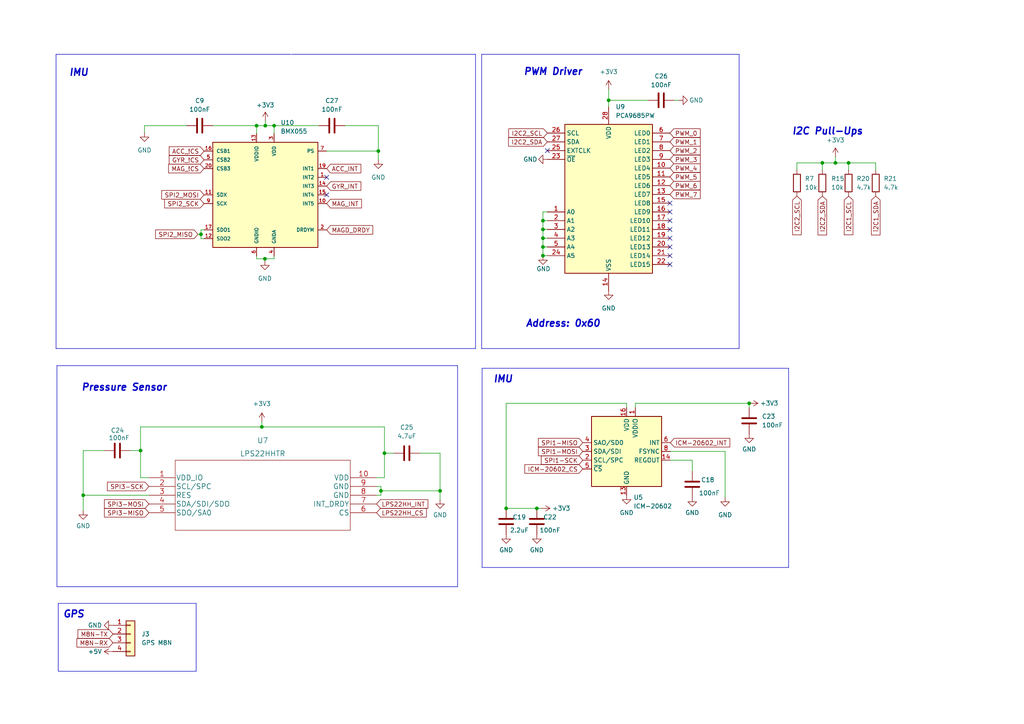
<source format=kicad_sch>
(kicad_sch (version 20230121) (generator eeschema)
  (paper "A4")
  (lib_symbols
    (symbol "BMX055:BMX055" (pin_names (offset 1.016))
      (property "Reference" "U" (at -15.2504 17.7921 0))
      (property "Value" "BMX055" (at -15.2592 -17.8024 0))
      (symbol "BMX055_0_0"
        (rectangle (start -15.24 -15.24) (end 15.24 15.24) (stroke (width 0.254)) (fill (type background)))
        (pin bidirectional line (at 17.78 5.08 180) (length 2.54) (name "INT2") (number "1"))
        (pin bidirectional line (at 17.78 -2.54 180) (length 2.54) (name "INT5") (number "10"))
        (pin bidirectional line (at -17.78 0 0) (length 2.54) (name "SDX") (number "11"))
        (pin bidirectional line (at -17.78 -12.7 0) (length 2.54) (name "SDO2") (number "12"))
        (pin bidirectional line (at -2.54 17.78 270) (length 2.54) (name "VDDIO") (number "13"))
        (pin bidirectional line (at 17.78 2.54 180) (length 2.54) (name "INT3") (number "14"))
        (pin bidirectional line (at 17.78 0 180) (length 2.54) (name "INT4") (number "15"))
        (pin bidirectional line (at -17.78 12.7 0) (length 2.54) (name "CSB1") (number "16"))
        (pin bidirectional line (at -17.78 -10.16 0) (length 2.54) (name "SDO1") (number "17"))
        (pin bidirectional line (at 17.78 7.62 180) (length 2.54) (name "INT1") (number "19"))
        (pin bidirectional line (at 17.78 -10.16 180) (length 2.54) (name "DRDYM") (number "2"))
        (pin bidirectional line (at -17.78 7.62 0) (length 2.54) (name "CSB3") (number "20"))
        (pin bidirectional line (at 2.54 17.78 270) (length 2.54) (name "VDD") (number "3"))
        (pin bidirectional line (at 2.54 -17.78 90) (length 2.54) (name "GNDA") (number "4"))
        (pin bidirectional line (at -17.78 10.16 0) (length 2.54) (name "CSB2") (number "5"))
        (pin bidirectional line (at -2.54 -17.78 90) (length 2.54) (name "GNDIO") (number "6"))
        (pin bidirectional line (at 17.78 12.7 180) (length 2.54) (name "PS") (number "7"))
        (pin bidirectional line (at -17.78 -2.54 0) (length 2.54) (name "SCX") (number "9"))
      )
    )
    (symbol "Connector_Generic:Conn_01x04" (pin_names (offset 1.016) hide)
      (property "Reference" "J" (at 0 5.08 0))
      (property "Value" "Conn_01x04" (at 0 -7.62 0))
      (symbol "Conn_01x04_1_1"
        (rectangle (start -1.27 -4.953) (end 0 -5.207) (stroke (width 0.1524)))
        (rectangle (start -1.27 -2.413) (end 0 -2.667) (stroke (width 0.1524)))
        (rectangle (start -1.27 0.127) (end 0 -0.127) (stroke (width 0.1524)))
        (rectangle (start -1.27 2.667) (end 0 2.413) (stroke (width 0.1524)))
        (rectangle (start -1.27 3.81) (end 1.27 -6.35) (stroke (width 0.254)) (fill (type background)))
        (pin passive line (at -5.08 2.54 0) (length 3.81) (name "Pin_1") (number "1"))
        (pin passive line (at -5.08 0 0) (length 3.81) (name "Pin_2") (number "2"))
        (pin passive line (at -5.08 -2.54 0) (length 3.81) (name "Pin_3") (number "3"))
        (pin passive line (at -5.08 -5.08 0) (length 3.81) (name "Pin_4") (number "4"))
      )
    )
    (symbol "Device:C" (pin_numbers hide) (pin_names (offset 0.254))
      (property "Reference" "C" (at 0.635 2.54 0))
      (property "Value" "C" (at 0.635 -2.54 0))
      (symbol "C_0_1"
        (polyline (pts (xy -2.032 -0.762) (xy 2.032 -0.762)) (stroke (width 0.508)))
        (polyline (pts (xy -2.032 0.762) (xy 2.032 0.762)) (stroke (width 0.508)))
      )
      (symbol "C_1_1"
        (pin passive line (at 0 3.81 270) (length 2.794) (name "~") (number "1"))
        (pin passive line (at 0 -3.81 90) (length 2.794) (name "~") (number "2"))
      )
    )
    (symbol "Device:R" (pin_numbers hide) (pin_names (offset 0))
      (property "Reference" "R" (at 2.032 0 90))
      (property "Value" "R" (at 0 0 90))
      (symbol "R_0_1"
        (rectangle (start -1.016 -2.54) (end 1.016 2.54) (stroke (width 0.254)))
      )
      (symbol "R_1_1"
        (pin passive line (at 0 3.81 270) (length 1.27) (name "~") (number "1"))
        (pin passive line (at 0 -3.81 90) (length 1.27) (name "~") (number "2"))
      )
    )
    (symbol "Driver_LED:PCA9685PW"
      (property "Reference" "U" (at -12.7 22.225 0))
      (property "Value" "PCA9685PW" (at 1.27 22.225 0))
      (symbol "PCA9685PW_0_1"
        (rectangle (start -12.7 20.32) (end 12.7 -22.86) (stroke (width 0.254)) (fill (type background)))
      )
      (symbol "PCA9685PW_1_1"
        (pin input line (at -17.78 -5.08 0) (length 5.08) (name "A0") (number "1"))
        (pin output line (at 17.78 7.62 180) (length 5.08) (name "LED4") (number "10"))
        (pin output line (at 17.78 5.08 180) (length 5.08) (name "LED5") (number "11"))
        (pin output line (at 17.78 2.54 180) (length 5.08) (name "LED6") (number "12"))
        (pin output line (at 17.78 0 180) (length 5.08) (name "LED7") (number "13"))
        (pin power_in line (at 0 -27.94 90) (length 5.08) (name "VSS") (number "14"))
        (pin output line (at 17.78 -2.54 180) (length 5.08) (name "LED8") (number "15"))
        (pin output line (at 17.78 -5.08 180) (length 5.08) (name "LED9") (number "16"))
        (pin output line (at 17.78 -7.62 180) (length 5.08) (name "LED10") (number "17"))
        (pin output line (at 17.78 -10.16 180) (length 5.08) (name "LED11") (number "18"))
        (pin output line (at 17.78 -12.7 180) (length 5.08) (name "LED12") (number "19"))
        (pin input line (at -17.78 -7.62 0) (length 5.08) (name "A1") (number "2"))
        (pin output line (at 17.78 -15.24 180) (length 5.08) (name "LED13") (number "20"))
        (pin output line (at 17.78 -17.78 180) (length 5.08) (name "LED14") (number "21"))
        (pin output line (at 17.78 -20.32 180) (length 5.08) (name "LED15") (number "22"))
        (pin input line (at -17.78 10.16 0) (length 5.08) (name "~{OE}") (number "23"))
        (pin input line (at -17.78 -17.78 0) (length 5.08) (name "A5") (number "24"))
        (pin input line (at -17.78 12.7 0) (length 5.08) (name "EXTCLK") (number "25"))
        (pin input line (at -17.78 17.78 0) (length 5.08) (name "SCL") (number "26"))
        (pin bidirectional line (at -17.78 15.24 0) (length 5.08) (name "SDA") (number "27"))
        (pin power_in line (at 0 25.4 270) (length 5.08) (name "VDD") (number "28"))
        (pin input line (at -17.78 -10.16 0) (length 5.08) (name "A2") (number "3"))
        (pin input line (at -17.78 -12.7 0) (length 5.08) (name "A3") (number "4"))
        (pin input line (at -17.78 -15.24 0) (length 5.08) (name "A4") (number "5"))
        (pin output line (at 17.78 17.78 180) (length 5.08) (name "LED0") (number "6"))
        (pin output line (at 17.78 15.24 180) (length 5.08) (name "LED1") (number "7"))
        (pin output line (at 17.78 12.7 180) (length 5.08) (name "LED2") (number "8"))
        (pin output line (at 17.78 10.16 180) (length 5.08) (name "LED3") (number "9"))
      )
    )
    (symbol "LPS22HH:LPS22HHTR" (pin_names (offset 0.254))
      (property "Reference" "U" (at 33.02 10.16 0))
      (property "Value" "LPS22HHTR" (at 33.02 7.62 0))
      (symbol "LPS22HHTR_1_1"
        (polyline (pts (xy 7.62 -15.24) (xy 58.42 -15.24)) (stroke (width 0.127)))
        (polyline (pts (xy 7.62 5.08) (xy 7.62 -15.24)) (stroke (width 0.127)))
        (polyline (pts (xy 58.42 -15.24) (xy 58.42 5.08)) (stroke (width 0.127)))
        (polyline (pts (xy 58.42 5.08) (xy 7.62 5.08)) (stroke (width 0.127)))
        (pin power_in line (at 0 0 0) (length 7.62) (name "VDD_IO") (number "1"))
        (pin power_in line (at 66.04 0 180) (length 7.62) (name "VDD") (number "10"))
        (pin unspecified line (at 0 -2.54 0) (length 7.62) (name "SCL/SPC") (number "2"))
        (pin unspecified line (at 0 -5.08 0) (length 7.62) (name "RES") (number "3"))
        (pin unspecified line (at 0 -7.62 0) (length 7.62) (name "SDA/SDI/SDO") (number "4"))
        (pin unspecified line (at 0 -10.16 0) (length 7.62) (name "SDO/SA0") (number "5"))
        (pin unspecified line (at 66.04 -10.16 180) (length 7.62) (name "CS") (number "6"))
        (pin unspecified line (at 66.04 -7.62 180) (length 7.62) (name "INT_DRDY") (number "7"))
        (pin power_in line (at 66.04 -5.08 180) (length 7.62) (name "GND") (number "8"))
        (pin power_in line (at 66.04 -2.54 180) (length 7.62) (name "GND") (number "9"))
      )
    )
    (symbol "Sensor_Motion:ICM-20602"
      (property "Reference" "U" (at -10.16 11.43 0))
      (property "Value" "ICM-20602" (at 10.16 11.43 0))
      (symbol "ICM-20602_0_1"
        (rectangle (start -10.16 10.16) (end 10.16 -10.16) (stroke (width 0.254)) (fill (type background)))
      )
      (symbol "ICM-20602_1_1"
        (pin power_in line (at 2.54 12.7 270) (length 2.54) (name "VDDIO") (number "1"))
        (pin passive line (at 0 -12.7 90) (length 2.54) hide (name "GND") (number "10"))
        (pin passive line (at 0 -12.7 90) (length 2.54) hide (name "GND") (number "11"))
        (pin passive line (at 0 -12.7 90) (length 2.54) hide (name "GND") (number "12"))
        (pin power_in line (at 0 -12.7 90) (length 2.54) (name "GND") (number "13"))
        (pin passive line (at 12.7 -2.54 180) (length 2.54) (name "REGOUT") (number "14"))
        (pin passive line (at 0 -12.7 90) (length 2.54) hide (name "GND") (number "15"))
        (pin power_in line (at 0 12.7 270) (length 2.54) (name "VDD") (number "16"))
        (pin input line (at -12.7 -2.54 0) (length 2.54) (name "SCL/SPC") (number "2"))
        (pin bidirectional line (at -12.7 0 0) (length 2.54) (name "SDA/SDI") (number "3"))
        (pin bidirectional line (at -12.7 2.54 0) (length 2.54) (name "SAO/SD0") (number "4"))
        (pin input line (at -12.7 -5.08 0) (length 2.54) (name "~{CS}") (number "5"))
        (pin output line (at 12.7 2.54 180) (length 2.54) (name "INT") (number "6"))
        (pin no_connect line (at -10.16 5.08 0) (length 2.54) hide (name "RESV") (number "7"))
        (pin input line (at 12.7 0 180) (length 2.54) (name "FSYNC") (number "8"))
        (pin passive line (at 0 -12.7 90) (length 2.54) hide (name "GND") (number "9"))
      )
    )
    (symbol "power:+3.3V" (power) (pin_names (offset 0))
      (property "Value" "+3.3V" (at 0 3.556 0))
      (symbol "+3.3V_0_1"
        (polyline (pts (xy -0.762 1.27) (xy 0 2.54)))
        (polyline (pts (xy 0 0) (xy 0 2.54)))
        (polyline (pts (xy 0 2.54) (xy 0.762 1.27)))
      )
      (symbol "+3.3V_1_1"
        (pin power_in line (at 0 0 90) (length 0) hide (name "+3V3") (number "1"))
      )
    )
    (symbol "power:+5V" (power) (pin_names (offset 0))
      (property "Value" "+5V" (at 0 3.556 0))
      (symbol "+5V_0_1"
        (polyline (pts (xy -0.762 1.27) (xy 0 2.54)))
        (polyline (pts (xy 0 0) (xy 0 2.54)))
        (polyline (pts (xy 0 2.54) (xy 0.762 1.27)))
      )
      (symbol "+5V_1_1"
        (pin power_in line (at 0 0 90) (length 0) hide (name "+5V") (number "1"))
      )
    )
    (symbol "power:GND" (power) (pin_names (offset 0))
      (property "Value" "GND" (at 0 -3.81 0))
      (symbol "GND_0_1"
        (polyline (pts (xy 0 0) (xy 0 -1.27) (xy 1.27 -1.27) (xy 0 -2.54) (xy -1.27 -1.27) (xy 0 -1.27)))
      )
      (symbol "GND_1_1"
        (pin power_in line (at 0 0 270) (length 0) hide (name "GND") (number "1"))
      )
    )
  )
  (junction (at 75.946 123.825))
  (junction (at 111.506 131.445))
  (junction (at 110.49 142.367))
  (junction (at 146.812 147.447))
  (junction (at 246.126 47.244))
  (junction (at 242.316 47.244))
  (junction (at 238.506 47.244))
  (junction (at 58.293 67.945))
  (junction (at 76.962 36.449))
  (junction (at 157.48 66.548))
  (junction (at 109.728 43.815))
  (junction (at 76.835 75.057))
  (junction (at 157.48 64.008))
  (junction (at 24.13 143.637))
  (junction (at 79.502 36.449))
  (junction (at 74.422 36.449))
  (junction (at 155.702 147.447))
  (junction (at 40.767 130.683))
  (junction (at 157.48 69.088))
  (junction (at 157.48 74.168))
  (junction (at 217.297 116.967))
  (junction (at 157.48 71.628))
  (junction (at 176.53 29.083))
  (junction (at 127.635 142.367))
  (no_connect (at 194.31 76.708))
  (no_connect (at 158.75 43.688))
  (no_connect (at 194.31 64.008))
  (no_connect (at 194.31 71.628))
  (no_connect (at 194.31 61.468))
  (no_connect (at 194.31 66.548))
  (no_connect (at 194.31 69.088))
  (no_connect (at 194.31 58.928))
  (no_connect (at 194.31 74.168))
  (no_connect (at 94.742 51.435))
  (no_connect (at 94.742 56.515))
  (wire (pts (xy 157.48 74.168) (xy 158.75 74.168)))
  (wire (pts (xy 157.48 71.628) (xy 158.75 71.628)))
  (polyline (pts (xy 132.715 106.045) (xy 132.715 170.18)))
  (polyline (pts (xy 132.715 170.18) (xy 16.51 170.18)))
  (wire (pts (xy 75.946 122.301) (xy 75.946 123.825)))
  (wire (pts (xy 54.102 36.449) (xy 41.91 36.449)))
  (wire (pts (xy 157.48 66.548) (xy 157.48 69.088)))
  (wire (pts (xy 231.14 47.244) (xy 238.506 47.244)))
  (polyline (pts (xy 139.827 164.592) (xy 139.827 106.807)))
  (wire (pts (xy 24.13 143.637) (xy 24.13 148.082)))
  (wire (pts (xy 61.722 36.449) (xy 74.422 36.449)))
  (wire (pts (xy 246.126 47.244) (xy 246.126 49.276)))
  (wire (pts (xy 238.506 47.244) (xy 242.316 47.244)))
  (wire (pts (xy 109.22 143.637) (xy 110.49 143.637)))
  (polyline (pts (xy 16.256 101.092) (xy 16.256 15.748)))
  (wire (pts (xy 76.962 35.052) (xy 76.962 36.449)))
  (wire (pts (xy 75.946 123.825) (xy 111.506 123.825)))
  (polyline (pts (xy 84.582 15.748) (xy 137.922 15.748)))
  (polyline (pts (xy 139.827 106.807) (xy 228.727 106.807)))
  (polyline (pts (xy 18.415 106.045) (xy 132.715 106.045)))
  (wire (pts (xy 24.13 130.683) (xy 24.13 143.637)))
  (wire (pts (xy 157.48 69.088) (xy 157.48 71.628)))
  (wire (pts (xy 176.53 29.083) (xy 187.96 29.083)))
  (polyline (pts (xy 16.256 15.748) (xy 84.328 15.748)))
  (wire (pts (xy 157.48 71.628) (xy 157.48 74.168)))
  (wire (pts (xy 37.846 130.683) (xy 40.767 130.683)))
  (wire (pts (xy 40.767 123.825) (xy 75.946 123.825)))
  (wire (pts (xy 79.502 36.449) (xy 79.502 38.735)))
  (wire (pts (xy 210.312 130.937) (xy 210.312 144.272)))
  (wire (pts (xy 176.53 29.083) (xy 176.53 30.988)))
  (wire (pts (xy 24.13 143.637) (xy 43.18 143.637)))
  (polyline (pts (xy 16.891 175.006) (xy 16.891 194.691)))
  (wire (pts (xy 74.422 75.057) (xy 76.835 75.057)))
  (wire (pts (xy 157.48 64.008) (xy 158.75 64.008)))
  (wire (pts (xy 110.49 142.367) (xy 127.635 142.367)))
  (wire (pts (xy 157.48 64.008) (xy 157.48 66.548)))
  (wire (pts (xy 111.506 138.557) (xy 109.22 138.557)))
  (wire (pts (xy 121.793 131.445) (xy 127.635 131.445)))
  (wire (pts (xy 109.728 43.815) (xy 109.728 46.355)))
  (wire (pts (xy 111.506 131.445) (xy 114.173 131.445)))
  (polyline (pts (xy 137.922 101.092) (xy 16.256 101.092)))
  (wire (pts (xy 58.293 69.215) (xy 59.182 69.215)))
  (polyline (pts (xy 214.376 15.748) (xy 214.376 101.092)))
  (wire (pts (xy 79.502 36.449) (xy 92.456 36.449)))
  (polyline (pts (xy 56.896 175.006) (xy 16.891 175.006)))
  (wire (pts (xy 111.506 131.445) (xy 111.506 138.557)))
  (wire (pts (xy 58.293 67.945) (xy 58.293 69.215)))
  (wire (pts (xy 74.422 36.449) (xy 76.962 36.449)))
  (wire (pts (xy 40.767 130.683) (xy 40.767 123.825)))
  (wire (pts (xy 109.22 141.097) (xy 110.49 141.097)))
  (polyline (pts (xy 31.496 194.691) (xy 56.896 194.691)))
  (polyline (pts (xy 16.891 194.691) (xy 31.496 194.691)))
  (wire (pts (xy 195.58 29.083) (xy 196.85 29.083)))
  (polyline (pts (xy 139.7 15.748) (xy 214.376 15.748)))
  (wire (pts (xy 146.812 147.447) (xy 155.702 147.447)))
  (polyline (pts (xy 16.51 170.18) (xy 16.51 106.045)))
  (wire (pts (xy 246.126 47.244) (xy 254 47.244)))
  (wire (pts (xy 231.14 49.276) (xy 231.14 47.244)))
  (wire (pts (xy 40.767 138.557) (xy 40.767 130.683)))
  (wire (pts (xy 127.635 142.367) (xy 127.635 144.907)))
  (wire (pts (xy 79.502 75.057) (xy 79.502 74.295)))
  (polyline (pts (xy 16.51 106.045) (xy 18.415 106.045)))
  (wire (pts (xy 157.48 69.088) (xy 158.75 69.088)))
  (wire (pts (xy 111.506 123.825) (xy 111.506 131.445)))
  (wire (pts (xy 184.277 118.237) (xy 184.277 116.967)))
  (wire (pts (xy 94.742 43.815) (xy 109.728 43.815)))
  (wire (pts (xy 74.422 74.295) (xy 74.422 75.057)))
  (wire (pts (xy 146.812 116.967) (xy 146.812 147.447)))
  (wire (pts (xy 181.737 116.967) (xy 146.812 116.967)))
  (wire (pts (xy 76.962 36.449) (xy 79.502 36.449)))
  (wire (pts (xy 24.13 130.683) (xy 30.226 130.683)))
  (wire (pts (xy 254 47.244) (xy 254 49.276)))
  (wire (pts (xy 157.48 61.468) (xy 157.48 64.008)))
  (wire (pts (xy 181.737 118.237) (xy 181.737 116.967)))
  (wire (pts (xy 43.18 138.557) (xy 40.767 138.557)))
  (wire (pts (xy 155.702 147.447) (xy 156.972 147.447)))
  (wire (pts (xy 194.437 130.937) (xy 210.312 130.937)))
  (polyline (pts (xy 137.922 15.748) (xy 137.922 101.092)))
  (wire (pts (xy 158.75 61.468) (xy 157.48 61.468)))
  (polyline (pts (xy 228.727 106.807) (xy 228.727 164.592)))
  (polyline (pts (xy 139.7 101.092) (xy 139.7 15.748)))
  (wire (pts (xy 58.293 66.675) (xy 58.293 67.945)))
  (wire (pts (xy 100.076 36.449) (xy 109.728 36.449)))
  (wire (pts (xy 74.422 38.735) (xy 74.422 36.449)))
  (wire (pts (xy 110.49 141.097) (xy 110.49 142.367)))
  (polyline (pts (xy 56.896 194.691) (xy 56.896 175.006)))
  (wire (pts (xy 217.297 116.967) (xy 217.297 118.237)))
  (wire (pts (xy 184.277 116.967) (xy 217.297 116.967)))
  (wire (pts (xy 194.437 133.477) (xy 200.787 133.477)))
  (wire (pts (xy 176.53 25.908) (xy 176.53 29.083)))
  (wire (pts (xy 242.316 45.466) (xy 242.316 47.244)))
  (wire (pts (xy 157.48 66.548) (xy 158.75 66.548)))
  (polyline (pts (xy 214.376 101.092) (xy 139.7 101.092)))
  (wire (pts (xy 127.635 131.445) (xy 127.635 142.367)))
  (wire (pts (xy 200.787 133.477) (xy 200.787 136.652)))
  (wire (pts (xy 238.506 47.244) (xy 238.506 49.276)))
  (wire (pts (xy 109.728 36.449) (xy 109.728 43.815)))
  (wire (pts (xy 242.316 47.244) (xy 246.126 47.244)))
  (wire (pts (xy 110.49 142.367) (xy 110.49 143.637)))
  (wire (pts (xy 59.182 66.675) (xy 58.293 66.675)))
  (wire (pts (xy 57.404 67.945) (xy 58.293 67.945)))
  (polyline (pts (xy 228.727 164.592) (xy 139.827 164.592)))
  (wire (pts (xy 41.91 36.449) (xy 41.91 38.481)))
  (wire (pts (xy 76.835 75.057) (xy 76.835 75.692)))
  (wire (pts (xy 76.835 75.057) (xy 79.502 75.057)))
  (text "IMU" (at 19.939 22.352 0) (effects (font (size 2 2) (thickness 0.4) bold italic) (justify left bottom)))
  (text "I2C Pull-Ups" (at 229.616 39.37 0) (effects (font (size 2 2) (thickness 0.4) bold italic) (justify left bottom)))
  (text "Pressure Sensor" (at 23.495 113.665 0) (effects (font (size 2 2) (thickness 0.4) bold italic) (justify left bottom)))
  (text "PWM Driver" (at 151.765 22.098 0) (effects (font (size 2 2) (thickness 0.4) bold italic) (justify left bottom)))
  (text "Address: 0x60" (at 152.4 95.123 0) (effects (font (size 2 2) bold italic) (justify left bottom)))
  (text "IMU" (at 143.002 111.252 0) (effects (font (size 2 2) (thickness 0.4) bold italic) (justify left bottom)))
  (text "GPS" (at 18.161 179.451 0) (effects (font (size 2 2) (thickness 0.4) bold italic) (justify left bottom)))
  (global_label "ACC_!CS" (shape input) (at 59.182 43.815 180) (property "Intersheetrefs" "${INTERSHEET_REFS}" (effects hide)))
  (global_label "PWM_5" (shape input) (at 194.31 51.308 0) (property "Intersheetrefs" "${INTERSHEET_REFS}" (effects hide)))
  (global_label "I2C1_SCL" (shape input) (at 246.126 56.896 270) (property "Intersheetrefs" "${INTERSHEET_REFS}" (effects hide)))
  (global_label "ICM-20602_CS" (shape input) (at 169.037 136.017 180) (property "Intersheetrefs" "${INTERSHEET_REFS}" (effects hide)))
  (global_label "I2C2_SCL" (shape input) (at 231.14 56.896 270) (property "Intersheetrefs" "${INTERSHEET_REFS}" (effects hide)))
  (global_label "PWM_6" (shape input) (at 194.31 53.848 0) (property "Intersheetrefs" "${INTERSHEET_REFS}" (effects hide)))
  (global_label "I2C2_SDA" (shape input) (at 238.506 56.896 270) (property "Intersheetrefs" "${INTERSHEET_REFS}" (effects hide)))
  (global_label "MAGD_DRDY" (shape input) (at 94.742 66.675 0) (property "Intersheetrefs" "${INTERSHEET_REFS}" (effects hide)))
  (global_label "PWM_3" (shape input) (at 194.31 46.228 0) (property "Intersheetrefs" "${INTERSHEET_REFS}" (effects hide)))
  (global_label "LPS22HH_CS" (shape input) (at 109.22 148.717 0) (property "Intersheetrefs" "${INTERSHEET_REFS}" (effects hide)))
  (global_label "I2C2_SDA" (shape input) (at 158.75 41.148 180) (property "Intersheetrefs" "${INTERSHEET_REFS}" (effects hide)))
  (global_label "GYR_!CS" (shape input) (at 59.182 46.355 180) (property "Intersheetrefs" "${INTERSHEET_REFS}" (effects hide)))
  (global_label "LPS22HH_INT" (shape input) (at 109.22 146.177 0) (property "Intersheetrefs" "${INTERSHEET_REFS}" (effects hide)))
  (global_label "i2C1_SDA" (shape input) (at 254 56.896 270) (property "Intersheetrefs" "${INTERSHEET_REFS}" (effects hide)))
  (global_label "M8N-RX" (shape input) (at 32.766 186.436 180) (property "Intersheetrefs" "${INTERSHEET_REFS}" (effects hide)))
  (global_label "SPI3-MISO" (shape input) (at 43.18 148.717 180) (property "Intersheetrefs" "${INTERSHEET_REFS}" (effects hide)))
  (global_label "SPI1-SCK" (shape input) (at 169.037 133.477 180) (property "Intersheetrefs" "${INTERSHEET_REFS}" (effects hide)))
  (global_label "ICM-20602_INT" (shape input) (at 194.437 128.397 0) (property "Intersheetrefs" "${INTERSHEET_REFS}" (effects hide)))
  (global_label "PWM_4" (shape input) (at 194.31 48.768 0) (property "Intersheetrefs" "${INTERSHEET_REFS}" (effects hide)))
  (global_label "SPI2_SCK" (shape input) (at 59.182 59.055 180) (property "Intersheetrefs" "${INTERSHEET_REFS}" (effects hide)))
  (global_label "ACC_INT" (shape input) (at 94.742 48.895 0) (property "Intersheetrefs" "${INTERSHEET_REFS}" (effects hide)))
  (global_label "I2C2_SCL" (shape input) (at 158.75 38.608 180) (property "Intersheetrefs" "${INTERSHEET_REFS}" (effects hide)))
  (global_label "SPI3-MOSI" (shape input) (at 43.18 146.177 180) (property "Intersheetrefs" "${INTERSHEET_REFS}" (effects hide)))
  (global_label "MAG_INT" (shape input) (at 94.742 59.055 0) (property "Intersheetrefs" "${INTERSHEET_REFS}" (effects hide)))
  (global_label "SPI3-SCK" (shape input) (at 43.18 141.097 180) (property "Intersheetrefs" "${INTERSHEET_REFS}" (effects hide)))
  (global_label "PWM_7" (shape input) (at 194.31 56.388 0) (property "Intersheetrefs" "${INTERSHEET_REFS}" (effects hide)))
  (global_label "PWM_1" (shape input) (at 194.31 41.148 0) (property "Intersheetrefs" "${INTERSHEET_REFS}" (effects hide)))
  (global_label "SPI2_MISO" (shape input) (at 57.404 67.945 180) (property "Intersheetrefs" "${INTERSHEET_REFS}" (effects hide)))
  (global_label "PWM_0" (shape input) (at 194.31 38.608 0) (property "Intersheetrefs" "${INTERSHEET_REFS}" (effects hide)))
  (global_label "SPI2_MOSI" (shape input) (at 59.182 56.515 180) (property "Intersheetrefs" "${INTERSHEET_REFS}" (effects hide)))
  (global_label "SPI1-MOSI" (shape input) (at 169.037 130.937 180) (property "Intersheetrefs" "${INTERSHEET_REFS}" (effects hide)))
  (global_label "GYR_INT" (shape input) (at 94.742 53.975 0) (property "Intersheetrefs" "${INTERSHEET_REFS}" (effects hide)))
  (global_label "MAG_!CS" (shape input) (at 59.182 48.895 180) (property "Intersheetrefs" "${INTERSHEET_REFS}" (effects hide)))
  (global_label "M8N-TX" (shape input) (at 32.766 183.896 180) (property "Intersheetrefs" "${INTERSHEET_REFS}" (effects hide)))
  (global_label "SPI1-MISO" (shape input) (at 169.037 128.397 180) (property "Intersheetrefs" "${INTERSHEET_REFS}" (effects hide)))
  (global_label "PWM_2" (shape input) (at 194.31 43.688 0) (property "Intersheetrefs" "${INTERSHEET_REFS}" (effects hide)))
  (symbol (lib_id "Device:C") (at 34.036 130.683 270) (unit 1)
    (property "Reference" "C24" (at 32.131 124.841 90) (effects (justify left)))
    (property "Value" "100nF" (at 31.496 127 90) (effects (justify left)))
    (property "Footprint" "Capacitor_SMD:C_0603_1608Metric" (effects hide))
  )
  (symbol (lib_id "power:GND") (at 210.312 144.272 0) (unit 1)
    (property "Reference" "#PWR028" (effects hide))
    (property "Value" "GND" (at 210.312 149.352 0))
  )
  (symbol (lib_id "power:GND") (at 146.812 155.067 0) (unit 1)
    (property "Reference" "#PWR033" (effects hide))
    (property "Value" "GND" (at 146.812 159.512 0))
  )
  (symbol (lib_id "power:GND") (at 155.702 155.067 0) (unit 1)
    (property "Reference" "#PWR042" (effects hide))
    (property "Value" "GND" (at 155.702 159.512 0))
  )
  (symbol (lib_id "Device:C") (at 217.297 122.047 0) (unit 1)
    (property "Reference" "C23" (at 220.98 120.7769 0) (effects (justify left)))
    (property "Value" "100nF" (at 220.98 123.3169 0) (effects (justify left)))
    (property "Footprint" "Capacitor_SMD:C_0603_1608Metric" (effects hide))
  )
  (symbol (lib_id "power:+3.3V") (at 176.53 25.908 0) (unit 1)
    (property "Reference" "#PWR069" (effects hide))
    (property "Value" "+3.3V" (at 176.53 20.828 0))
  )
  (symbol (lib_id "power:+3.3V") (at 76.962 35.052 0) (unit 1)
    (property "Reference" "#PWR045" (effects hide))
    (property "Value" "+3.3V" (at 76.962 30.48 0))
  )
  (symbol (lib_id "power:GND") (at 41.91 38.481 0) (unit 1)
    (property "Reference" "#PWR015" (effects hide))
    (property "Value" "GND" (at 41.91 43.561 0))
  )
  (symbol (lib_id "power:+3.3V") (at 156.972 147.447 270) (unit 1)
    (property "Reference" "#PWR030" (effects hide))
    (property "Value" "+3.3V" (at 160.147 147.4469 90) (effects (justify left)))
  )
  (symbol (lib_id "Device:C") (at 96.266 36.449 90) (unit 1)
    (property "Reference" "C27" (at 96.266 29.21 90))
    (property "Value" "100nF" (at 96.266 31.75 90))
    (property "Footprint" "Capacitor_SMD:C_0603_1608Metric" (effects hide))
  )
  (symbol (lib_id "power:GND") (at 217.297 125.857 0) (unit 1)
    (property "Reference" "#PWR043" (effects hide))
    (property "Value" "GND" (at 217.297 130.302 0))
  )
  (symbol (lib_id "power:GND") (at 181.737 143.637 0) (unit 1)
    (property "Reference" "#PWR029" (effects hide))
    (property "Value" "GND" (at 181.737 148.717 0))
  )
  (symbol (lib_id "power:GND") (at 196.85 29.083 90) (unit 1)
    (property "Reference" "#PWR071" (effects hide))
    (property "Value" "GND" (at 201.93 29.083 90))
  )
  (symbol (lib_id "LPS22HH:LPS22HHTR") (at 43.18 138.557 0) (unit 1)
    (property "Reference" "U7" (at 76.2 127.762 0) (effects (font (size 1.524 1.524))))
    (property "Value" "LPS22HHTR" (at 76.2 131.572 0) (effects (font (size 1.524 1.524))))
    (property "Footprint" "LPS22HH:LPS22HHTR" (effects hide))
  )
  (symbol (lib_id "power:GND") (at 109.728 46.355 0) (unit 1)
    (property "Reference" "#PWR046" (effects hide))
    (property "Value" "GND" (at 109.728 51.435 0))
  )
  (symbol (lib_id "power:GND") (at 24.13 148.082 0) (unit 1)
    (property "Reference" "#PWR044" (effects hide))
    (property "Value" "GND" (at 24.13 152.527 0))
  )
  (symbol (lib_id "power:GND") (at 76.835 75.692 0) (unit 1)
    (property "Reference" "#PWR041" (effects hide))
    (property "Value" "GND" (at 76.835 80.772 0))
  )
  (symbol (lib_id "power:+5V") (at 32.766 188.976 90) (unit 1)
    (property "Reference" "#PWR035" (effects hide))
    (property "Value" "+5V" (at 29.591 188.9759 90) (effects (justify left)))
  )
  (symbol (lib_id "Device:C") (at 146.812 151.257 0) (unit 1)
    (property "Reference" "C19" (at 150.622 149.987 0))
    (property "Value" "2.2uF" (at 150.622 153.797 0))
    (property "Footprint" "Capacitor_SMD:C_0603_1608Metric" (effects hide))
  )
  (symbol (lib_id "Device:C") (at 155.702 151.257 0) (unit 1)
    (property "Reference" "C22" (at 159.512 149.987 0))
    (property "Value" "100nF" (at 159.512 153.797 0))
    (property "Footprint" "Capacitor_SMD:C_0603_1608Metric" (effects hide))
  )
  (symbol (lib_id "Device:R") (at 254 53.086 0) (unit 1)
    (property "Reference" "R21" (at 256.286 51.816 0) (effects (justify left)))
    (property "Value" "4.7k" (at 256.286 54.356 0) (effects (justify left)))
    (property "Footprint" "Resistor_SMD:R_0603_1608Metric" (effects hide))
  )
  (symbol (lib_id "Device:C") (at 191.77 29.083 90) (unit 1)
    (property "Reference" "C26" (at 191.77 22.098 90))
    (property "Value" "100nF" (at 191.77 24.638 90))
    (property "Footprint" "Capacitor_SMD:C_0603_1608Metric" (effects hide))
  )
  (symbol (lib_id "Device:C") (at 57.912 36.449 90) (unit 1)
    (property "Reference" "C9" (at 57.912 29.21 90))
    (property "Value" "100nF" (at 57.912 31.75 90))
    (property "Footprint" "Capacitor_SMD:C_0603_1608Metric" (effects hide))
  )
  (symbol (lib_id "power:GND") (at 157.48 74.168 0) (unit 1)
    (property "Reference" "#PWR066" (effects hide))
    (property "Value" "GND" (at 155.575 77.978 0) (effects (justify left)))
  )
  (symbol (lib_id "power:+3.3V") (at 242.316 45.466 0) (unit 1)
    (property "Reference" "#PWR064" (effects hide))
    (property "Value" "+3.3V" (at 242.316 40.64 0))
  )
  (symbol (lib_id "power:GND") (at 176.53 84.328 0) (unit 1)
    (property "Reference" "#PWR070" (effects hide))
    (property "Value" "GND" (at 176.53 89.408 0))
  )
  (symbol (lib_id "Device:C") (at 117.983 131.445 270) (unit 1)
    (property "Reference" "C25" (at 117.983 123.952 90))
    (property "Value" "4.7uF" (at 117.983 126.492 90))
    (property "Footprint" "Capacitor_SMD:C_0603_1608Metric" (effects hide))
  )
  (symbol (lib_id "power:GND") (at 200.787 144.272 0) (unit 1)
    (property "Reference" "#PWR031" (effects hide))
    (property "Value" "GND" (at 200.787 148.717 0))
  )
  (symbol (lib_id "power:+3.3V") (at 217.297 116.967 270) (unit 1)
    (property "Reference" "#PWR032" (effects hide))
    (property "Value" "+3.3V" (at 220.472 116.9669 90) (effects (justify left)))
  )
  (symbol (lib_id "Sensor_Motion:ICM-20602") (at 181.737 130.937 0) (unit 1)
    (property "Reference" "U5" (at 183.7564 144.272 0) (effects (justify left)))
    (property "Value" "ICM-20602" (at 183.7564 146.812 0) (effects (justify left)))
    (property "Footprint" "Package_LGA:LGA-16_3x3mm_P0.5mm_LayoutBorder3x5y" (effects hide))
    (property "Datasheet" "http://www.invensense.com/wp-content/uploads/2016/10/DS-000176-ICM-20602-v1.0.pdf" (effects hide))
  )
  (symbol (lib_id "Device:R") (at 246.126 53.086 0) (unit 1)
    (property "Reference" "R20" (at 248.412 51.816 0) (effects (justify left)))
    (property "Value" "4.7k" (at 248.412 54.356 0) (effects (justify left)))
    (property "Footprint" "Resistor_SMD:R_0603_1608Metric" (effects hide))
  )
  (symbol (lib_id "Driver_LED:PCA9685PW") (at 176.53 56.388 0) (unit 1)
    (property "Reference" "U9" (at 178.5494 30.988 0) (effects (justify left)))
    (property "Value" "PCA9685PW" (at 178.5494 33.528 0) (effects (justify left)))
    (property "Footprint" "Package_SO:TSSOP-28_4.4x9.7mm_P0.65mm" (effects hide))
    (property "Datasheet" "http://www.nxp.com/documents/data_sheet/PCA9685.pdf" (effects hide))
  )
  (symbol (lib_id "Device:R") (at 238.506 53.086 0) (unit 1)
    (property "Reference" "R15" (at 241.046 51.816 0) (effects (justify left)))
    (property "Value" "10k" (at 241.046 54.356 0) (effects (justify left)))
    (property "Footprint" "Resistor_SMD:R_0603_1608Metric" (effects hide))
  )
  (symbol (lib_id "power:+3.3V") (at 75.946 122.301 0) (unit 1)
    (property "Reference" "#PWR047" (effects hide))
    (property "Value" "+3.3V" (at 75.946 117.094 0))
  )
  (symbol (lib_id "Device:R") (at 231.14 53.086 0) (unit 1)
    (property "Reference" "R7" (at 233.426 51.816 0) (effects (justify left)))
    (property "Value" "10k" (at 233.426 54.356 0) (effects (justify left)))
    (property "Footprint" "Resistor_SMD:R_0603_1608Metric" (effects hide))
  )
  (symbol (lib_id "Device:C") (at 200.787 140.462 180) (unit 1)
    (property "Reference" "C18" (at 203.327 139.192 0) (effects (justify right)))
    (property "Value" "100nF" (at 202.692 143.002 0) (effects (justify right)))
    (property "Footprint" "Capacitor_SMD:C_0603_1608Metric" (effects hide))
  )
  (symbol (lib_id "Connector_Generic:Conn_01x04") (at 37.846 183.896 0) (unit 1)
    (property "Reference" "J3" (at 41.021 183.8959 0) (effects (justify left)))
    (property "Value" "GPS M8N" (at 41.021 186.4359 0) (effects (justify left)))
    (property "Footprint" "Connector_JST:JST_XH_B4B-XH-A_1x04_P2.50mm_Vertical" (effects hide))
  )
  (symbol (lib_id "power:GND") (at 127.635 144.907 0) (unit 1)
    (property "Reference" "#PWR048" (effects hide))
    (property "Value" "GND" (at 127.635 149.352 0))
  )
  (symbol (lib_id "BMX055:BMX055") (at 76.962 56.515 0) (unit 1)
    (property "Reference" "U10" (at 81.3817 35.56 0) (effects (justify left)))
    (property "Value" "BMX055" (at 81.3817 38.1 0) (effects (justify left)))
    (property "Footprint" "BMX055:BMX055" (effects hide))
  )
  (symbol (lib_id "power:GND") (at 158.75 46.228 270) (unit 1)
    (property "Reference" "#PWR067" (effects hide))
    (property "Value" "GND" (at 151.765 46.228 90) (effects (justify left)))
  )
  (symbol (lib_id "power:GND") (at 32.766 181.356 270) (unit 1)
    (property "Reference" "#PWR034" (effects hide))
    (property "Value" "GND" (at 29.591 181.3559 90) (effects (justify right)))
  )
)
</source>
